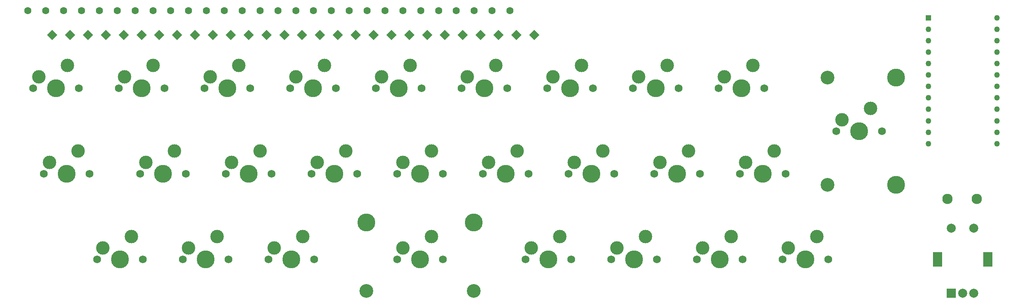
<source format=gbr>
%TF.GenerationSoftware,KiCad,Pcbnew,(6.0.5)*%
%TF.CreationDate,2022-06-01T12:58:50-07:00*%
%TF.ProjectId,hannah_montana,68616e6e-6168-45f6-9d6f-6e74616e612e,rev?*%
%TF.SameCoordinates,Original*%
%TF.FileFunction,Soldermask,Top*%
%TF.FilePolarity,Negative*%
%FSLAX46Y46*%
G04 Gerber Fmt 4.6, Leading zero omitted, Abs format (unit mm)*
G04 Created by KiCad (PCBNEW (6.0.5)) date 2022-06-01 12:58:50*
%MOMM*%
%LPD*%
G01*
G04 APERTURE LIST*
G04 Aperture macros list*
%AMHorizOval*
0 Thick line with rounded ends*
0 $1 width*
0 $2 $3 position (X,Y) of the first rounded end (center of the circle)*
0 $4 $5 position (X,Y) of the second rounded end (center of the circle)*
0 Add line between two ends*
20,1,$1,$2,$3,$4,$5,0*
0 Add two circle primitives to create the rounded ends*
1,1,$1,$2,$3*
1,1,$1,$4,$5*%
%AMRotRect*
0 Rectangle, with rotation*
0 The origin of the aperture is its center*
0 $1 length*
0 $2 width*
0 $3 Rotation angle, in degrees counterclockwise*
0 Add horizontal line*
21,1,$1,$2,0,0,$3*%
G04 Aperture macros list end*
%ADD10C,3.987800*%
%ADD11C,1.750000*%
%ADD12C,3.000000*%
%ADD13C,3.048000*%
%ADD14C,1.270000*%
%ADD15R,1.270000X1.270000*%
%ADD16HorizOval,1.600000X0.000000X0.000000X0.000000X0.000000X0*%
%ADD17RotRect,1.600000X1.600000X135.000000*%
%ADD18C,2.300000*%
%ADD19C,2.000000*%
%ADD20R,2.000000X3.200000*%
%ADD21R,2.000000X2.000000*%
G04 APERTURE END LIST*
D10*
%TO.C,MX6*%
X104775000Y-19843750D03*
D11*
X109855000Y-19843750D03*
X99695000Y-19843750D03*
D12*
X100965000Y-17303750D03*
X107315000Y-14763750D03*
%TD*%
D11*
%TO.C,MX9*%
X167005000Y-19843750D03*
X156845000Y-19843750D03*
D10*
X161925000Y-19843750D03*
D12*
X158115000Y-17303750D03*
X164465000Y-14763750D03*
%TD*%
D10*
%TO.C,MX3*%
X47625000Y-19843750D03*
D12*
X43815000Y-17303750D03*
X50165000Y-14763750D03*
D11*
X42545000Y-19843750D03*
X52705000Y-19843750D03*
%TD*%
D12*
%TO.C,MX8*%
X145415000Y-14763750D03*
X139065000Y-17303750D03*
D11*
X147955000Y-19843750D03*
D10*
X142875000Y-19843750D03*
D11*
X137795000Y-19843750D03*
%TD*%
D10*
%TO.C,MX5*%
X85725000Y-19843750D03*
D12*
X81915000Y-17303750D03*
D11*
X90805000Y-19843750D03*
X80645000Y-19843750D03*
D12*
X88265000Y-14763750D03*
%TD*%
D13*
%TO.C,MX10*%
X181133750Y-17430750D03*
D10*
X196373750Y-17430750D03*
D11*
X193198750Y-29368750D03*
D13*
X181133750Y-41306750D03*
D12*
X184308750Y-26828750D03*
D11*
X183038750Y-29368750D03*
D12*
X190658750Y-24288750D03*
D10*
X196373750Y-41306750D03*
X188118750Y-29368750D03*
%TD*%
D14*
%TO.C,U1*%
X218757500Y-4127500D03*
X218757500Y-6667500D03*
X218757500Y-9207500D03*
X218757500Y-11747500D03*
X218757500Y-14287500D03*
X218757500Y-16827500D03*
X218757500Y-19367500D03*
X218757500Y-21907500D03*
X218757500Y-24447500D03*
X218757500Y-27057500D03*
X218757500Y-29597500D03*
X218757500Y-32137500D03*
X203517500Y-32137500D03*
X203517500Y-29597500D03*
X203517500Y-27057500D03*
X203517500Y-24447500D03*
X203517500Y-21907500D03*
X203517500Y-19367500D03*
X203517500Y-16827500D03*
X203517500Y-14287500D03*
X203517500Y-11747500D03*
X203517500Y-9207500D03*
X203517500Y-6667500D03*
D15*
X203517500Y-4127500D03*
%TD*%
D16*
%TO.C,D20*%
X78749346Y-2549346D03*
D17*
X84137500Y-7937500D03*
%TD*%
D18*
%TO.C,SW1*%
X214312500Y-44450000D03*
X207812500Y-44450000D03*
%TD*%
D13*
%TO.C,MX23*%
X102425500Y-64928750D03*
D12*
X93027500Y-52863750D03*
D11*
X95567500Y-57943750D03*
D10*
X102425500Y-49688750D03*
X78549500Y-49688750D03*
D11*
X85407500Y-57943750D03*
D10*
X90487500Y-57943750D03*
D13*
X78549500Y-64928750D03*
D12*
X86677500Y-55403750D03*
%TD*%
D10*
%TO.C,MX19*%
X166687500Y-38893750D03*
D11*
X171767500Y-38893750D03*
X161607500Y-38893750D03*
D12*
X162877500Y-36353750D03*
X169227500Y-33813750D03*
%TD*%
D16*
%TO.C,D17*%
X66843096Y-2549346D03*
D17*
X72231250Y-7937500D03*
%TD*%
D16*
%TO.C,D2*%
X7311846Y-2549346D03*
D17*
X12700000Y-7937500D03*
%TD*%
D11*
%TO.C,MX4*%
X61595000Y-19843750D03*
D10*
X66675000Y-19843750D03*
D12*
X62865000Y-17303750D03*
X69215000Y-14763750D03*
D11*
X71755000Y-19843750D03*
%TD*%
D16*
%TO.C,D10*%
X39061846Y-2549346D03*
D17*
X44450000Y-7937500D03*
%TD*%
D16*
%TO.C,D28*%
X110499346Y-2549346D03*
D17*
X115887500Y-7937500D03*
%TD*%
D16*
%TO.C,D13*%
X50968096Y-2549346D03*
D17*
X56356250Y-7937500D03*
%TD*%
D16*
%TO.C,D7*%
X27155596Y-2549346D03*
D17*
X32543750Y-7937500D03*
%TD*%
D11*
%TO.C,MX22*%
X56832500Y-57943750D03*
D12*
X64452500Y-52863750D03*
X58102500Y-55403750D03*
D11*
X66992500Y-57943750D03*
D10*
X61912500Y-57943750D03*
%TD*%
D16*
%TO.C,D3*%
X11280596Y-2549346D03*
D17*
X16668750Y-7937500D03*
%TD*%
D16*
%TO.C,D1*%
X3343096Y-2549346D03*
D17*
X8731250Y-7937500D03*
%TD*%
D16*
%TO.C,D12*%
X46999346Y-2549346D03*
D17*
X52387500Y-7937500D03*
%TD*%
D10*
%TO.C,MX18*%
X147637500Y-38893750D03*
D12*
X143827500Y-36353750D03*
X150177500Y-33813750D03*
D11*
X142557500Y-38893750D03*
X152717500Y-38893750D03*
%TD*%
D16*
%TO.C,D24*%
X94624346Y-2549346D03*
D17*
X100012500Y-7937500D03*
%TD*%
D16*
%TO.C,D16*%
X62874346Y-2549346D03*
D17*
X68262500Y-7937500D03*
%TD*%
D12*
%TO.C,MX20*%
X20002500Y-55403750D03*
D11*
X18732500Y-57943750D03*
X28892500Y-57943750D03*
D10*
X23812500Y-57943750D03*
D12*
X26352500Y-52863750D03*
%TD*%
D11*
%TO.C,MX25*%
X143192500Y-57943750D03*
D10*
X138112500Y-57943750D03*
D12*
X140652500Y-52863750D03*
D11*
X133032500Y-57943750D03*
D12*
X134302500Y-55403750D03*
%TD*%
%TO.C,MX15*%
X93027500Y-33813750D03*
D11*
X85407500Y-38893750D03*
D10*
X90487500Y-38893750D03*
D12*
X86677500Y-36353750D03*
D11*
X95567500Y-38893750D03*
%TD*%
D10*
%TO.C,MX17*%
X128587500Y-38893750D03*
D12*
X131127500Y-33813750D03*
D11*
X133667500Y-38893750D03*
X123507500Y-38893750D03*
D12*
X124777500Y-36353750D03*
%TD*%
D11*
%TO.C,MX21*%
X47942500Y-57943750D03*
D12*
X39052500Y-55403750D03*
D10*
X42862500Y-57943750D03*
D11*
X37782500Y-57943750D03*
D12*
X45402500Y-52863750D03*
%TD*%
D11*
%TO.C,MX27*%
X181292500Y-57943750D03*
X171132500Y-57943750D03*
D10*
X176212500Y-57943750D03*
D12*
X172402500Y-55403750D03*
X178752500Y-52863750D03*
%TD*%
D16*
%TO.C,D11*%
X43030596Y-2549346D03*
D17*
X48418750Y-7937500D03*
%TD*%
D11*
%TO.C,MX13*%
X47307500Y-38893750D03*
D10*
X52387500Y-38893750D03*
D12*
X54927500Y-33813750D03*
X48577500Y-36353750D03*
D11*
X57467500Y-38893750D03*
%TD*%
D12*
%TO.C,MX2*%
X31115000Y-14763750D03*
X24765000Y-17303750D03*
D11*
X23495000Y-19843750D03*
X33655000Y-19843750D03*
D10*
X28575000Y-19843750D03*
%TD*%
%TO.C,MX7*%
X123825000Y-19843750D03*
D11*
X118745000Y-19843750D03*
D12*
X120015000Y-17303750D03*
D11*
X128905000Y-19843750D03*
D12*
X126365000Y-14763750D03*
%TD*%
D16*
%TO.C,D27*%
X106530596Y-2549346D03*
D17*
X111918750Y-7937500D03*
%TD*%
D16*
%TO.C,D9*%
X35093096Y-2549346D03*
D17*
X40481250Y-7937500D03*
%TD*%
D16*
%TO.C,D25*%
X98593096Y-2549346D03*
D17*
X103981250Y-7937500D03*
%TD*%
D12*
%TO.C,MX26*%
X153352500Y-55403750D03*
D11*
X152082500Y-57943750D03*
X162242500Y-57943750D03*
D12*
X159702500Y-52863750D03*
D10*
X157162500Y-57943750D03*
%TD*%
D12*
%TO.C,MX11*%
X14446250Y-33813750D03*
D11*
X6826250Y-38893750D03*
D12*
X8096250Y-36353750D03*
D10*
X11906250Y-38893750D03*
D11*
X16986250Y-38893750D03*
%TD*%
D16*
%TO.C,D22*%
X86686846Y-2549346D03*
D17*
X92075000Y-7937500D03*
%TD*%
D12*
%TO.C,MX24*%
X121602500Y-52863750D03*
D10*
X119062500Y-57943750D03*
D11*
X124142500Y-57943750D03*
X113982500Y-57943750D03*
D12*
X115252500Y-55403750D03*
%TD*%
D16*
%TO.C,D14*%
X54936846Y-2549346D03*
D17*
X60325000Y-7937500D03*
%TD*%
D12*
%TO.C,MX14*%
X73977500Y-33813750D03*
D10*
X71437500Y-38893750D03*
D11*
X66357500Y-38893750D03*
X76517500Y-38893750D03*
D12*
X67627500Y-36353750D03*
%TD*%
D19*
%TO.C,EC1*%
X208637500Y-50943750D03*
X213637500Y-50943750D03*
D20*
X216737500Y-57943750D03*
X205537500Y-57943750D03*
D19*
X211137500Y-65443750D03*
X213637500Y-65443750D03*
D21*
X208637500Y-65443750D03*
%TD*%
D12*
%TO.C,MX12*%
X29527500Y-36353750D03*
D11*
X38417500Y-38893750D03*
D12*
X35877500Y-33813750D03*
D11*
X28257500Y-38893750D03*
D10*
X33337500Y-38893750D03*
%TD*%
D16*
%TO.C,D23*%
X90655596Y-2549346D03*
D17*
X96043750Y-7937500D03*
%TD*%
D16*
%TO.C,D4*%
X15249346Y-2549346D03*
D17*
X20637500Y-7937500D03*
%TD*%
D16*
%TO.C,D19*%
X74780596Y-2549346D03*
D17*
X80168750Y-7937500D03*
%TD*%
D16*
%TO.C,D21*%
X82718096Y-2549346D03*
D17*
X88106250Y-7937500D03*
%TD*%
D11*
%TO.C,MX16*%
X104457500Y-38893750D03*
X114617500Y-38893750D03*
D12*
X105727500Y-36353750D03*
X112077500Y-33813750D03*
D10*
X109537500Y-38893750D03*
%TD*%
D16*
%TO.C,D8*%
X31124346Y-2549346D03*
D17*
X36512500Y-7937500D03*
%TD*%
D16*
%TO.C,D6*%
X23186846Y-2549346D03*
D17*
X28575000Y-7937500D03*
%TD*%
D16*
%TO.C,D5*%
X19218096Y-2549346D03*
D17*
X24606250Y-7937500D03*
%TD*%
D12*
%TO.C,MX1*%
X12065000Y-14763750D03*
D11*
X4445000Y-19843750D03*
X14605000Y-19843750D03*
D12*
X5715000Y-17303750D03*
D10*
X9525000Y-19843750D03*
%TD*%
D16*
%TO.C,D26*%
X102561846Y-2549346D03*
D17*
X107950000Y-7937500D03*
%TD*%
D16*
%TO.C,D15*%
X58905596Y-2549346D03*
D17*
X64293750Y-7937500D03*
%TD*%
D16*
%TO.C,D18*%
X70811846Y-2549346D03*
D17*
X76200000Y-7937500D03*
%TD*%
M02*

</source>
